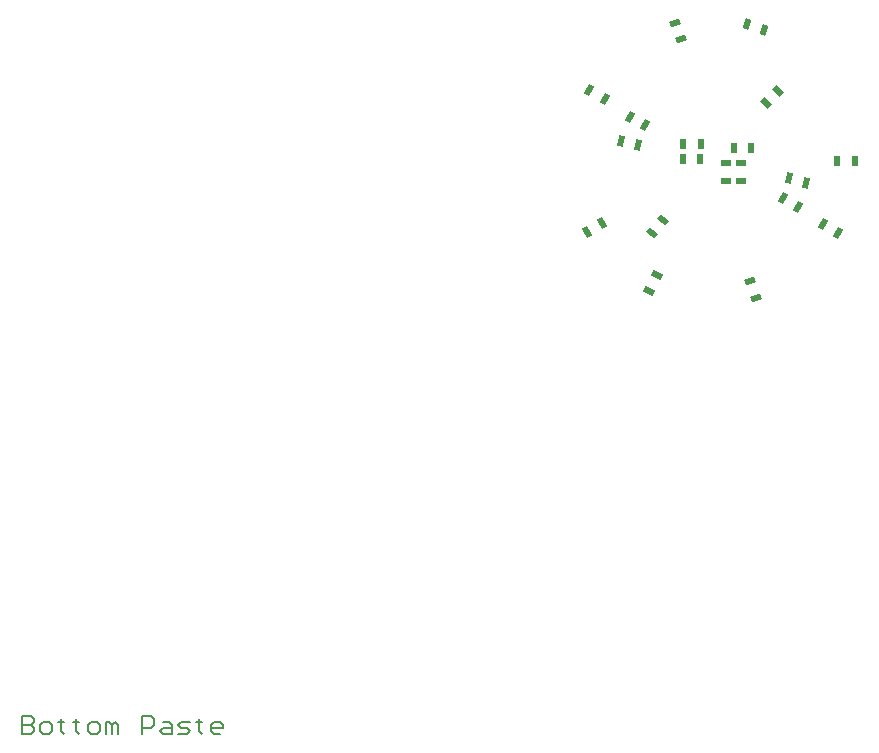
<source format=gbp>
G04*
G04 #@! TF.GenerationSoftware,Altium Limited,Altium Designer,20.2.4 (192)*
G04*
G04 Layer_Color=128*
%FSLAX44Y44*%
%MOMM*%
G71*
G04*
G04 #@! TF.SameCoordinates,0F43FF0A-D758-409E-903F-A1448CC310CE*
G04*
G04*
G04 #@! TF.FilePolarity,Positive*
G04*
G01*
G75*
%ADD13C,0.2032*%
%ADD27R,0.9000X0.5000*%
%ADD28R,0.5000X0.9000*%
G04:AMPARAMS|DCode=29|XSize=0.5mm|YSize=0.9mm|CornerRadius=0mm|HoleSize=0mm|Usage=FLASHONLY|Rotation=160.000|XOffset=0mm|YOffset=0mm|HoleType=Round|Shape=Rectangle|*
%AMROTATEDRECTD29*
4,1,4,0.3888,0.3374,0.0810,-0.5084,-0.3888,-0.3374,-0.0810,0.5084,0.3888,0.3374,0.0*
%
%ADD29ROTATEDRECTD29*%

G04:AMPARAMS|DCode=30|XSize=0.5mm|YSize=0.9mm|CornerRadius=0mm|HoleSize=0mm|Usage=FLASHONLY|Rotation=110.000|XOffset=0mm|YOffset=0mm|HoleType=Round|Shape=Rectangle|*
%AMROTATEDRECTD30*
4,1,4,0.5084,-0.0810,-0.3374,-0.3888,-0.5084,0.0810,0.3374,0.3888,0.5084,-0.0810,0.0*
%
%ADD30ROTATEDRECTD30*%

G04:AMPARAMS|DCode=31|XSize=0.5mm|YSize=0.9mm|CornerRadius=0mm|HoleSize=0mm|Usage=FLASHONLY|Rotation=150.000|XOffset=0mm|YOffset=0mm|HoleType=Round|Shape=Rectangle|*
%AMROTATEDRECTD31*
4,1,4,0.4415,0.2647,-0.0085,-0.5147,-0.4415,-0.2647,0.0085,0.5147,0.4415,0.2647,0.0*
%
%ADD31ROTATEDRECTD31*%

G04:AMPARAMS|DCode=32|XSize=0.5mm|YSize=0.9mm|CornerRadius=0mm|HoleSize=0mm|Usage=FLASHONLY|Rotation=210.000|XOffset=0mm|YOffset=0mm|HoleType=Round|Shape=Rectangle|*
%AMROTATEDRECTD32*
4,1,4,-0.0085,0.5147,0.4415,-0.2647,0.0085,-0.5147,-0.4415,0.2647,-0.0085,0.5147,0.0*
%
%ADD32ROTATEDRECTD32*%

G04:AMPARAMS|DCode=33|XSize=0.5mm|YSize=0.9mm|CornerRadius=0mm|HoleSize=0mm|Usage=FLASHONLY|Rotation=243.500|XOffset=0mm|YOffset=0mm|HoleType=Round|Shape=Rectangle|*
%AMROTATEDRECTD33*
4,1,4,-0.2912,0.4245,0.5143,0.0229,0.2912,-0.4245,-0.5143,-0.0229,-0.2912,0.4245,0.0*
%
%ADD33ROTATEDRECTD33*%

G04:AMPARAMS|DCode=34|XSize=0.5mm|YSize=0.9mm|CornerRadius=0mm|HoleSize=0mm|Usage=FLASHONLY|Rotation=287.000|XOffset=0mm|YOffset=0mm|HoleType=Round|Shape=Rectangle|*
%AMROTATEDRECTD34*
4,1,4,-0.5034,0.1075,0.3573,0.3706,0.5034,-0.1075,-0.3573,-0.3706,-0.5034,0.1075,0.0*
%
%ADD34ROTATEDRECTD34*%

G04:AMPARAMS|DCode=35|XSize=0.5mm|YSize=0.9mm|CornerRadius=0mm|HoleSize=0mm|Usage=FLASHONLY|Rotation=45.350|XOffset=0mm|YOffset=0mm|HoleType=Round|Shape=Rectangle|*
%AMROTATEDRECTD35*
4,1,4,0.1444,-0.4941,-0.4958,0.1384,-0.1444,0.4941,0.4958,-0.1384,0.1444,-0.4941,0.0*
%
%ADD35ROTATEDRECTD35*%

G04:AMPARAMS|DCode=36|XSize=0.5mm|YSize=0.9mm|CornerRadius=0mm|HoleSize=0mm|Usage=FLASHONLY|Rotation=165.000|XOffset=0mm|YOffset=0mm|HoleType=Round|Shape=Rectangle|*
%AMROTATEDRECTD36*
4,1,4,0.3580,0.3700,0.1250,-0.4994,-0.3580,-0.3700,-0.1250,0.4994,0.3580,0.3700,0.0*
%
%ADD36ROTATEDRECTD36*%

G04:AMPARAMS|DCode=37|XSize=0.5mm|YSize=0.9mm|CornerRadius=0mm|HoleSize=0mm|Usage=FLASHONLY|Rotation=150.141|XOffset=0mm|YOffset=0mm|HoleType=Round|Shape=Rectangle|*
%AMROTATEDRECTD37*
4,1,4,0.4409,0.2658,-0.0072,-0.5147,-0.4409,-0.2658,0.0072,0.5147,0.4409,0.2658,0.0*
%
%ADD37ROTATEDRECTD37*%

G04:AMPARAMS|DCode=38|XSize=0.5mm|YSize=0.9mm|CornerRadius=0mm|HoleSize=0mm|Usage=FLASHONLY|Rotation=165.117|XOffset=0mm|YOffset=0mm|HoleType=Round|Shape=Rectangle|*
%AMROTATEDRECTD38*
4,1,4,0.3572,0.3707,0.1260,-0.4991,-0.3572,-0.3707,-0.1260,0.4991,0.3572,0.3707,0.0*
%
%ADD38ROTATEDRECTD38*%

G04:AMPARAMS|DCode=39|XSize=0.5mm|YSize=0.9mm|CornerRadius=0mm|HoleSize=0mm|Usage=FLASHONLY|Rotation=229.000|XOffset=0mm|YOffset=0mm|HoleType=Round|Shape=Rectangle|*
%AMROTATEDRECTD39*
4,1,4,-0.1756,0.4839,0.5036,-0.1066,0.1756,-0.4839,-0.5036,0.1066,-0.1756,0.4839,0.0*
%
%ADD39ROTATEDRECTD39*%

G54D13*
X-585802Y-469392D02*
Y-484627D01*
X-578184D01*
X-575645Y-482088D01*
Y-479549D01*
X-578184Y-477010D01*
X-585802D01*
X-578184D01*
X-575645Y-474470D01*
Y-471931D01*
X-578184Y-469392D01*
X-585802D01*
X-568028Y-484627D02*
X-562949D01*
X-560410Y-482088D01*
Y-477010D01*
X-562949Y-474470D01*
X-568028D01*
X-570567Y-477010D01*
Y-482088D01*
X-568028Y-484627D01*
X-552793Y-471931D02*
Y-474470D01*
X-555332D01*
X-550253D01*
X-552793D01*
Y-482088D01*
X-550253Y-484627D01*
X-540097Y-471931D02*
Y-474470D01*
X-542636D01*
X-537557D01*
X-540097D01*
Y-482088D01*
X-537557Y-484627D01*
X-527401D02*
X-522322D01*
X-519783Y-482088D01*
Y-477010D01*
X-522322Y-474470D01*
X-527401D01*
X-529940Y-477010D01*
Y-482088D01*
X-527401Y-484627D01*
X-514705D02*
Y-474470D01*
X-512166D01*
X-509627Y-477010D01*
Y-484627D01*
Y-477010D01*
X-507087Y-474470D01*
X-504548Y-477010D01*
Y-484627D01*
X-484235D02*
Y-469392D01*
X-476617D01*
X-474078Y-471931D01*
Y-477010D01*
X-476617Y-479549D01*
X-484235D01*
X-466460Y-474470D02*
X-461382D01*
X-458843Y-477010D01*
Y-484627D01*
X-466460D01*
X-469000Y-482088D01*
X-466460Y-479549D01*
X-458843D01*
X-453765Y-484627D02*
X-446147D01*
X-443608Y-482088D01*
X-446147Y-479549D01*
X-451225D01*
X-453765Y-477010D01*
X-451225Y-474470D01*
X-443608D01*
X-435990Y-471931D02*
Y-474470D01*
X-438530D01*
X-433451D01*
X-435990D01*
Y-482088D01*
X-433451Y-484627D01*
X-418216D02*
X-423294D01*
X-425834Y-482088D01*
Y-477010D01*
X-423294Y-474470D01*
X-418216D01*
X-415677Y-477010D01*
Y-479549D01*
X-425834D01*
G54D27*
X23000Y-16500D02*
D03*
Y-1500D02*
D03*
X10000Y-16500D02*
D03*
Y-1500D02*
D03*
G54D28*
X104500Y-0D02*
D03*
X119500Y0D02*
D03*
X-26500Y2000D02*
D03*
X-11500D02*
D03*
X16500Y11000D02*
D03*
X31500D02*
D03*
X-26367Y14598D02*
D03*
X-11367D02*
D03*
G54D29*
X42048Y111435D02*
D03*
X27952Y116565D02*
D03*
G54D30*
X-28331Y103405D02*
D03*
X-33461Y117500D02*
D03*
G54D31*
X-92505Y53250D02*
D03*
X-105495Y60750D02*
D03*
X92232Y-53250D02*
D03*
X105222Y-60750D02*
D03*
X58505Y-31250D02*
D03*
X71495Y-38750D02*
D03*
G54D32*
X-94505Y-52250D02*
D03*
X-107495Y-59750D02*
D03*
G54D33*
X-47966Y-96205D02*
D03*
X-54660Y-109629D02*
D03*
G54D34*
X30845Y-100890D02*
D03*
X35231Y-115235D02*
D03*
G54D35*
X43760Y49366D02*
D03*
X54302Y60037D02*
D03*
G54D36*
X78244Y-17941D02*
D03*
X63755Y-14059D02*
D03*
G54D37*
X-58519Y30543D02*
D03*
X-71528Y38011D02*
D03*
G54D38*
X-64587Y13664D02*
D03*
X-79084Y17517D02*
D03*
G54D39*
X-42972Y-49433D02*
D03*
X-52813Y-60754D02*
D03*
M02*

</source>
